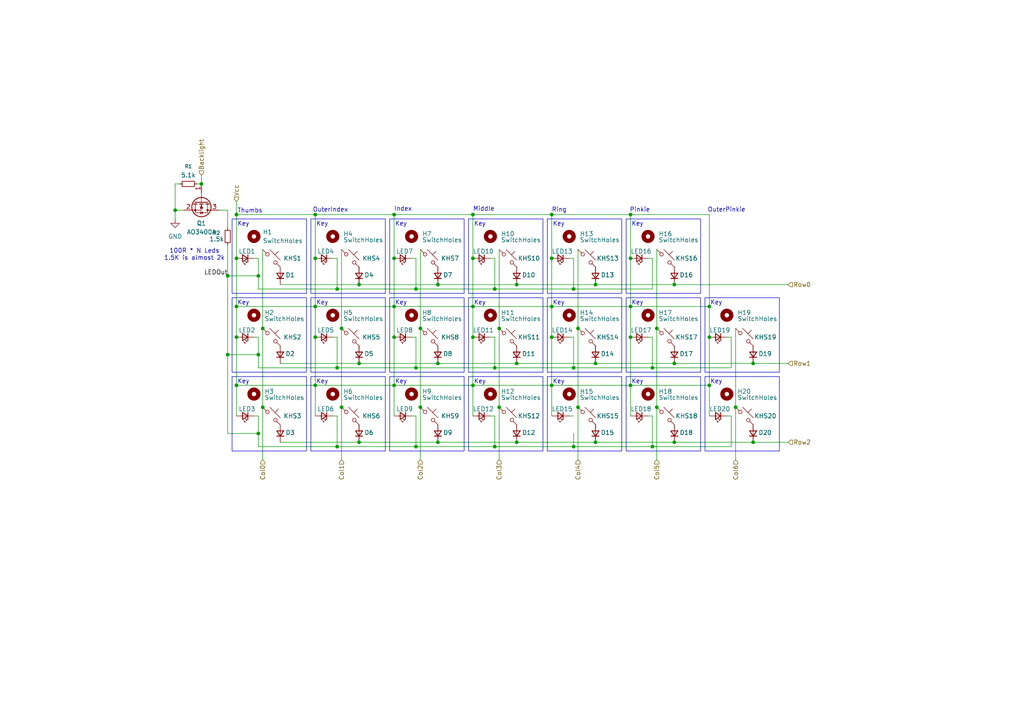
<source format=kicad_sch>
(kicad_sch (version 20250114) (generator "eeschema") (generator_version "9.0")
  (paper "A4")
  (title_block (title "Pipar Point") (date "2025-08-29") (rev "V3") (company "Pipar Keyboards"))
  (rectangle (start 135.89 109.22) (end 157.48 130.81))
  (rectangle (start 113.03 63.5) (end 134.62 85.09))
  (rectangle (start 181.61 86.36) (end 203.2 107.95))
  (rectangle (start 90.17 109.22) (end 111.76 130.81))
  (rectangle (start 113.03 86.36) (end 134.62 107.95))
  (rectangle (start 67.31 63.5) (end 88.9 85.09))
  (rectangle (start 67.31 86.36) (end 88.9 107.95))
  (rectangle (start 158.75 63.5) (end 180.34 85.09))
  (rectangle (start 181.61 109.22) (end 203.2 130.81))
  (rectangle (start 204.47 109.22) (end 226.06 130.81))
  (rectangle (start 135.89 86.36) (end 157.48 107.95))
  (rectangle (start 135.89 63.5) (end 157.48 85.09))
  (rectangle (start 181.61 63.5) (end 203.2 85.09))
  (rectangle (start 158.75 86.36) (end 180.34 107.95))
  (rectangle (start 204.47 86.36) (end 226.06 107.95))
  (rectangle (start 90.17 86.36) (end 111.76 107.95))
  (rectangle (start 113.03 109.22) (end 134.62 130.81))
  (rectangle (start 67.31 109.22) (end 88.9 130.81))
  (rectangle (start 90.17 63.5) (end 111.76 85.09))
  (rectangle (start 158.75 109.22) (end 180.34 130.81))
  (text "Key" (at 139.192 65.024 0) (effects (font (size 1.27 1.27))))
  (text "Key" (at 139.192 110.744 0) (effects (font (size 1.27 1.27))))
  (text "Key" (at 184.912 110.744 0) (effects (font (size 1.27 1.27))))
  (text "Ring" (at 160.02 60.96 0) (effects (font (size 1.27 1.27)) (justify left)))
  (text "Key" (at 93.472 65.024 0) (effects (font (size 1.27 1.27))))
  (text "Index" (at 114.3 60.706 0) (effects (font (size 1.27 1.27)) (justify left)))
  (text "Key" (at 184.912 65.024 0) (effects (font (size 1.27 1.27))))
  (text "100R * N Leds\n1.5K is almost 2k" (at 56.388 73.914 0) (effects (font (size 1.27 1.27))))
  (text "Key" (at 116.332 87.884 0) (effects (font (size 1.27 1.27))))
  (text "Key" (at 116.332 110.744 0) (effects (font (size 1.27 1.27))))
  (text "Key" (at 93.472 87.884 0) (effects (font (size 1.27 1.27))))
  (text "Key" (at 70.612 110.744 0) (effects (font (size 1.27 1.27))))
  (text "Key" (at 207.772 110.744 0) (effects (font (size 1.27 1.27))))
  (text "Key" (at 207.772 87.884 0) (effects (font (size 1.27 1.27))))
  (text "Key" (at 162.052 65.024 0) (effects (font (size 1.27 1.27))))
  (text "OuterIndex\n" (at 90.678 60.96 0) (effects (font (size 1.27 1.27)) (justify left)))
  (text "Pinkie" (at 182.626 60.96 0) (effects (font (size 1.27 1.27)) (justify left)))
  (text "Key" (at 70.612 87.884 0) (effects (font (size 1.27 1.27))))
  (text "Key" (at 93.472 110.744 0) (effects (font (size 1.27 1.27))))
  (text "Key" (at 70.612 65.024 0) (effects (font (size 1.27 1.27))))
  (text "Key" (at 162.052 87.884 0) (effects (font (size 1.27 1.27))))
  (text "OuterPinkie" (at 205.232 60.96 0) (effects (font (size 1.27 1.27)) (justify left)))
  (text "Thumbs\n" (at 68.834 61.214 0) (effects (font (size 1.27 1.27)) (justify left)))
  (text "Key" (at 139.192 87.884 0) (effects (font (size 1.27 1.27))))
  (text "Key" (at 162.052 110.744 0) (effects (font (size 1.27 1.27))))
  (text "Middle" (at 137.16 60.706 0) (effects (font (size 1.27 1.27)) (justify left)))
  (text "Key" (at 116.332 65.024 0) (effects (font (size 1.27 1.27))))
  (text "Key" (at 184.912 87.884 0) (effects (font (size 1.27 1.27))))
  (junction (at 195.58 128.27))
  (junction (at 137.16 74.93))
  (junction (at 104.14 105.41))
  (junction (at 68.58 88.9))
  (junction (at 137.16 88.9))
  (junction (at 127 128.27))
  (junction (at 104.14 128.27))
  (junction (at 127 105.41))
  (junction (at 172.72 82.55))
  (junction (at 166.37 106.68))
  (junction (at 213.36 118.11))
  (junction (at 160.02 111.76))
  (junction (at 205.74 97.79))
  (junction (at 114.3 97.79))
  (junction (at 58.42 53.34))
  (junction (at 218.44 105.41))
  (junction (at 121.92 95.25))
  (junction (at 167.64 118.11))
  (junction (at 160.02 97.79))
  (junction (at 74.93 102.87))
  (junction (at 120.65 129.54))
  (junction (at 97.79 129.54))
  (junction (at 68.58 74.93))
  (junction (at 160.02 74.93))
  (junction (at 50.8 60.96))
  (junction (at 137.16 62.23))
  (junction (at 205.74 88.9))
  (junction (at 66.04 102.87))
  (junction (at 91.44 111.76))
  (junction (at 76.2 95.25))
  (junction (at 99.06 95.25))
  (junction (at 172.72 128.27))
  (junction (at 144.78 118.11))
  (junction (at 172.72 105.41))
  (junction (at 190.5 118.11))
  (junction (at 195.58 105.41))
  (junction (at 114.3 88.9))
  (junction (at 182.88 97.79))
  (junction (at 182.88 111.76))
  (junction (at 120.65 83.82))
  (junction (at 189.23 106.68))
  (junction (at 91.44 74.93))
  (junction (at 74.93 125.73))
  (junction (at 143.51 83.82))
  (junction (at 97.79 83.82))
  (junction (at 205.74 111.76))
  (junction (at 104.14 82.55))
  (junction (at 190.5 95.25))
  (junction (at 160.02 62.23))
  (junction (at 114.3 74.93))
  (junction (at 114.3 62.23))
  (junction (at 68.58 111.76))
  (junction (at 195.58 82.55))
  (junction (at 149.86 128.27))
  (junction (at 218.44 128.27))
  (junction (at 167.64 95.25))
  (junction (at 160.02 88.9))
  (junction (at 114.3 111.76))
  (junction (at 189.23 129.54))
  (junction (at 120.65 106.68))
  (junction (at 74.93 80.01))
  (junction (at 91.44 97.79))
  (junction (at 91.44 62.23))
  (junction (at 127 82.55))
  (junction (at 97.79 106.68))
  (junction (at 68.58 97.79))
  (junction (at 121.92 118.11))
  (junction (at 91.44 88.9))
  (junction (at 143.51 106.68))
  (junction (at 76.2 118.11))
  (junction (at 143.51 129.54))
  (junction (at 182.88 74.93))
  (junction (at 99.06 118.11))
  (junction (at 66.04 80.01))
  (junction (at 137.16 111.76))
  (junction (at 182.88 62.23))
  (junction (at 149.86 105.41))
  (junction (at 182.88 88.9))
  (junction (at 149.86 82.55))
  (junction (at 137.16 97.79))
  (junction (at 68.58 62.23))
  (junction (at 166.37 129.54))
  (junction (at 166.37 83.82))
  (junction (at 144.78 95.25))
  (wire (pts (xy 137.16 111.76) (xy 137.16 120.65)))
  (wire (pts (xy 166.37 74.93) (xy 166.37 83.82)))
  (wire (pts (xy 74.93 102.87) (xy 74.93 106.68)))
  (wire (pts (xy 137.16 97.79) (xy 137.16 111.76)))
  (wire (pts (xy 218.44 105.41) (xy 228.6 105.41)))
  (wire (pts (xy 189.23 97.79) (xy 187.96 97.79)))
  (wire (pts (xy 182.88 62.23) (xy 182.88 74.93)))
  (wire (pts (xy 160.02 62.23) (xy 160.02 74.93)))
  (wire (pts (xy 212.09 97.79) (xy 210.82 97.79)))
  (wire (pts (xy 189.23 74.93) (xy 187.96 74.93)))
  (wire (pts (xy 74.93 129.54) (xy 97.79 129.54)))
  (wire (pts (xy 143.51 97.79) (xy 142.24 97.79)))
  (wire (pts (xy 91.44 88.9) (xy 114.3 88.9)))
  (wire (pts (xy 120.65 74.93) (xy 120.65 83.82)))
  (wire (pts (xy 120.65 83.82) (xy 143.51 83.82)))
  (wire (pts (xy 137.16 62.23) (xy 137.16 74.93)))
  (wire (pts (xy 81.28 105.41) (xy 104.14 105.41)))
  (wire (pts (xy 66.04 71.12) (xy 66.04 80.01)))
  (wire (pts (xy 189.23 120.65) (xy 189.23 129.54)))
  (wire (pts (xy 172.72 128.27) (xy 195.58 128.27)))
  (wire (pts (xy 160.02 88.9) (xy 182.88 88.9)))
  (wire (pts (xy 120.65 106.68) (xy 143.51 106.68)))
  (wire (pts (xy 50.8 60.96) (xy 50.8 63.5)))
  (wire (pts (xy 104.14 82.55) (xy 127 82.55)))
  (wire (pts (xy 166.37 83.82) (xy 189.23 83.82)))
  (wire (pts (xy 166.37 97.79) (xy 165.1 97.79)))
  (wire (pts (xy 189.23 129.54) (xy 212.09 129.54)))
  (wire (pts (xy 120.65 97.79) (xy 119.38 97.79)))
  (wire (pts (xy 74.93 83.82) (xy 97.79 83.82)))
  (wire (pts (xy 114.3 97.79) (xy 114.3 111.76)))
  (wire (pts (xy 50.8 53.34) (xy 52.07 53.34)))
  (wire (pts (xy 66.04 80.01) (xy 74.93 80.01)))
  (wire (pts (xy 166.37 106.68) (xy 189.23 106.68)))
  (wire (pts (xy 97.79 83.82) (xy 120.65 83.82)))
  (wire (pts (xy 74.93 80.01) (xy 74.93 83.82)))
  (wire (pts (xy 205.74 88.9) (xy 205.74 97.79)))
  (wire (pts (xy 81.28 82.55) (xy 104.14 82.55)))
  (wire (pts (xy 137.16 111.76) (xy 160.02 111.76)))
  (wire (pts (xy 63.5 60.96) (xy 66.04 60.96)))
  (wire (pts (xy 114.3 62.23) (xy 137.16 62.23)))
  (wire (pts (xy 97.79 97.79) (xy 97.79 106.68)))
  (wire (pts (xy 120.65 97.79) (xy 120.65 106.68)))
  (wire (pts (xy 182.88 111.76) (xy 182.88 120.65)))
  (wire (pts (xy 160.02 111.76) (xy 182.88 111.76)))
  (wire (pts (xy 76.2 72.39) (xy 76.2 95.25)))
  (wire (pts (xy 99.06 118.11) (xy 99.06 133.35)))
  (wire (pts (xy 160.02 88.9) (xy 160.02 97.79)))
  (wire (pts (xy 166.37 120.65) (xy 165.1 120.65)))
  (wire (pts (xy 166.37 97.79) (xy 166.37 106.68)))
  (wire (pts (xy 127 82.55) (xy 149.86 82.55)))
  (wire (pts (xy 120.65 74.93) (xy 119.38 74.93)))
  (wire (pts (xy 143.51 83.82) (xy 166.37 83.82)))
  (wire (pts (xy 172.72 82.55) (xy 195.58 82.55)))
  (wire (pts (xy 97.79 120.65) (xy 96.52 120.65)))
  (wire (pts (xy 114.3 111.76) (xy 114.3 120.65)))
  (wire (pts (xy 68.58 62.23) (xy 68.58 74.93)))
  (wire (pts (xy 127 105.41) (xy 149.86 105.41)))
  (wire (pts (xy 143.51 74.93) (xy 143.51 83.82)))
  (wire (pts (xy 91.44 111.76) (xy 114.3 111.76)))
  (wire (pts (xy 182.88 88.9) (xy 182.88 97.79)))
  (wire (pts (xy 114.3 111.76) (xy 137.16 111.76)))
  (wire (pts (xy 91.44 62.23) (xy 114.3 62.23)))
  (wire (pts (xy 190.5 95.25) (xy 190.5 118.11)))
  (wire (pts (xy 74.93 120.65) (xy 74.93 125.73)))
  (wire (pts (xy 114.3 74.93) (xy 114.3 88.9)))
  (wire (pts (xy 120.65 120.65) (xy 120.65 129.54)))
  (wire (pts (xy 167.64 118.11) (xy 167.64 133.35)))
  (wire (pts (xy 104.14 105.41) (xy 127 105.41)))
  (wire (pts (xy 189.23 106.68) (xy 212.09 106.68)))
  (wire (pts (xy 205.74 62.23) (xy 205.74 88.9)))
  (wire (pts (xy 68.58 88.9) (xy 68.58 97.79)))
  (wire (pts (xy 114.3 88.9) (xy 114.3 97.79)))
  (wire (pts (xy 127 128.27) (xy 149.86 128.27)))
  (wire (pts (xy 120.65 120.65) (xy 119.38 120.65)))
  (wire (pts (xy 172.72 105.41) (xy 195.58 105.41)))
  (wire (pts (xy 99.06 72.39) (xy 99.06 95.25)))
  (wire (pts (xy 74.93 74.93) (xy 73.66 74.93)))
  (wire (pts (xy 66.04 125.73) (xy 74.93 125.73)))
  (wire (pts (xy 68.58 111.76) (xy 68.58 120.65)))
  (wire (pts (xy 149.86 128.27) (xy 172.72 128.27)))
  (wire (pts (xy 166.37 74.93) (xy 165.1 74.93)))
  (wire (pts (xy 144.78 72.39) (xy 144.78 95.25)))
  (wire (pts (xy 68.58 58.42) (xy 68.58 62.23)))
  (wire (pts (xy 190.5 118.11) (xy 190.5 133.35)))
  (wire (pts (xy 182.88 111.76) (xy 205.74 111.76)))
  (wire (pts (xy 213.36 95.25) (xy 213.36 118.11)))
  (wire (pts (xy 137.16 88.9) (xy 137.16 97.79)))
  (wire (pts (xy 97.79 74.93) (xy 97.79 83.82)))
  (wire (pts (xy 212.09 120.65) (xy 210.82 120.65)))
  (wire (pts (xy 167.64 72.39) (xy 167.64 95.25)))
  (wire (pts (xy 74.93 97.79) (xy 73.66 97.79)))
  (wire (pts (xy 121.92 95.25) (xy 121.92 118.11)))
  (wire (pts (xy 189.23 97.79) (xy 189.23 106.68)))
  (wire (pts (xy 58.42 50.8) (xy 58.42 53.34)))
  (wire (pts (xy 143.51 106.68) (xy 166.37 106.68)))
  (wire (pts (xy 57.15 53.34) (xy 58.42 53.34)))
  (wire (pts (xy 97.79 74.93) (xy 96.52 74.93)))
  (wire (pts (xy 143.51 74.93) (xy 142.24 74.93)))
  (wire (pts (xy 160.02 97.79) (xy 160.02 111.76)))
  (wire (pts (xy 167.64 95.25) (xy 167.64 118.11)))
  (wire (pts (xy 120.65 129.54) (xy 143.51 129.54)))
  (wire (pts (xy 91.44 62.23) (xy 91.44 74.93)))
  (wire (pts (xy 160.02 111.76) (xy 160.02 120.65)))
  (wire (pts (xy 50.8 53.34) (xy 50.8 60.96)))
  (wire (pts (xy 50.8 60.96) (xy 53.34 60.96)))
  (wire (pts (xy 104.14 128.27) (xy 127 128.27)))
  (wire (pts (xy 144.78 118.11) (xy 144.78 133.35)))
  (wire (pts (xy 66.04 102.87) (xy 74.93 102.87)))
  (wire (pts (xy 91.44 97.79) (xy 91.44 111.76)))
  (wire (pts (xy 66.04 66.04) (xy 66.04 60.96)))
  (wire (pts (xy 76.2 118.11) (xy 76.2 133.35)))
  (wire (pts (xy 68.58 111.76) (xy 91.44 111.76)))
  (wire (pts (xy 74.93 97.79) (xy 74.93 102.87)))
  (wire (pts (xy 195.58 128.27) (xy 218.44 128.27)))
  (wire (pts (xy 189.23 120.65) (xy 187.96 120.65)))
  (wire (pts (xy 97.79 97.79) (xy 96.52 97.79)))
  (wire (pts (xy 205.74 97.79) (xy 205.74 111.76)))
  (wire (pts (xy 166.37 129.54) (xy 189.23 129.54)))
  (wire (pts (xy 74.93 74.93) (xy 74.93 80.01)))
  (wire (pts (xy 68.58 88.9) (xy 91.44 88.9)))
  (wire (pts (xy 137.16 62.23) (xy 160.02 62.23)))
  (wire (pts (xy 160.02 74.93) (xy 160.02 88.9)))
  (wire (pts (xy 143.51 120.65) (xy 143.51 129.54)))
  (wire (pts (xy 68.58 74.93) (xy 68.58 88.9)))
  (wire (pts (xy 182.88 62.23) (xy 205.74 62.23)))
  (wire (pts (xy 213.36 118.11) (xy 213.36 133.35)))
  (wire (pts (xy 97.79 120.65) (xy 97.79 129.54)))
  (wire (pts (xy 195.58 82.55) (xy 228.6 82.55)))
  (wire (pts (xy 149.86 82.55) (xy 172.72 82.55)))
  (wire (pts (xy 68.58 97.79) (xy 68.58 111.76)))
  (wire (pts (xy 160.02 62.23) (xy 182.88 62.23)))
  (wire (pts (xy 137.16 74.93) (xy 137.16 88.9)))
  (wire (pts (xy 190.5 72.39) (xy 190.5 95.25)))
  (wire (pts (xy 121.92 72.39) (xy 121.92 95.25)))
  (wire (pts (xy 137.16 88.9) (xy 160.02 88.9)))
  (wire (pts (xy 74.93 120.65) (xy 73.66 120.65)))
  (wire (pts (xy 212.09 120.65) (xy 212.09 129.54)))
  (wire (pts (xy 149.86 105.41) (xy 172.72 105.41)))
  (wire (pts (xy 182.88 88.9) (xy 205.74 88.9)))
  (wire (pts (xy 182.88 97.79) (xy 182.88 111.76)))
  (wire (pts (xy 166.37 125.73) (xy 166.37 129.54)))
  (wire (pts (xy 144.78 95.25) (xy 144.78 118.11)))
  (wire (pts (xy 114.3 88.9) (xy 137.16 88.9)))
  (wire (pts (xy 74.93 125.73) (xy 74.93 129.54)))
  (wire (pts (xy 68.58 62.23) (xy 91.44 62.23)))
  (wire (pts (xy 91.44 74.93) (xy 91.44 88.9)))
  (wire (pts (xy 205.74 111.76) (xy 205.74 120.65)))
  (wire (pts (xy 81.28 128.27) (xy 104.14 128.27)))
  (wire (pts (xy 91.44 88.9) (xy 91.44 97.79)))
  (wire (pts (xy 121.92 118.11) (xy 121.92 133.35)))
  (wire (pts (xy 212.09 97.79) (xy 212.09 106.68)))
  (wire (pts (xy 66.04 102.87) (xy 66.04 125.73)))
  (wire (pts (xy 91.44 111.76) (xy 91.44 120.65)))
  (wire (pts (xy 195.58 105.41) (xy 218.44 105.41)))
  (wire (pts (xy 99.06 95.25) (xy 99.06 118.11)))
  (wire (pts (xy 143.51 120.65) (xy 142.24 120.65)))
  (wire (pts (xy 66.04 80.01) (xy 66.04 102.87)))
  (wire (pts (xy 97.79 106.68) (xy 120.65 106.68)))
  (wire (pts (xy 74.93 106.68) (xy 97.79 106.68)))
  (wire (pts (xy 218.44 128.27) (xy 228.6 128.27)))
  (wire (pts (xy 76.2 95.25) (xy 76.2 118.11)))
  (wire (pts (xy 182.88 74.93) (xy 182.88 88.9)))
  (wire (pts (xy 97.79 129.54) (xy 120.65 129.54)))
  (wire (pts (xy 189.23 74.93) (xy 189.23 83.82)))
  (wire (pts (xy 143.51 97.79) (xy 143.51 106.68)))
  (wire (pts (xy 114.3 62.23) (xy 114.3 74.93)))
  (wire (pts (xy 143.51 129.54) (xy 166.37 129.54)))
  (label "LEDOut" (at 66.04 80.01 180))
  (hierarchical_label "Col0" (shape input) (at 76.2 133.35 270))
  (hierarchical_label "Row2" (shape input) (at 228.6 128.27 0))
  (hierarchical_label "Col1" (shape input) (at 99.06 133.35 270))
  (hierarchical_label "Col6" (shape input) (at 213.36 133.35 270))
  (hierarchical_label "Col4" (shape input) (at 167.64 133.35 270))
  (hierarchical_label "Col5" (shape input) (at 190.5 133.35 270))
  (hierarchical_label "Col2" (shape input) (at 121.92 133.35 270))
  (hierarchical_label "Row0" (shape input) (at 228.6 82.55 0))
  (hierarchical_label "Vcc" (shape input) (at 68.58 58.42 90))
  (hierarchical_label "Row1" (shape input) (at 228.6 105.41 0))
  (hierarchical_label "Col3" (shape input) (at 144.78 133.35 270))
  (hierarchical_label "Backlight" (shape input) (at 58.42 50.8 90))
  (symbol (lib_id "Keyboard:choc_v1_SW_HS_CPG135001S30") (at 170.18 120.65 0) (unit 1) (in_bom no)
    (property "Reference" "KHS15" (at 176.276 120.65 0))
    (property "Value" "KHS" (effects (hide yes)))
    (property "Footprint" "Keyboard:Kailh_HS_Socket" (effects (hide yes)))
    (property "Description" "Push button switch, normally open, two pins, 45° tilted" (effects (hide yes)))
    (instances (project "pipar_point_v3" (path "" (reference "KHS15") (unit 1)) (path "" (reference "KHS35") (unit 1))))
  )
  (symbol (lib_id "Mechanical:MountingHole") (at 96.52 91.44 0) (unit 1) (exclude_from_sim yes) (in_bom no)
    (property "Reference" "H5" (at 99.568 90.678 0) (effects (justify left)))
    (property "Value" "SwitchHoles" (at 99.568 92.456 0) (effects (justify left)))
    (property "Footprint" "Keyboard:SwitchHoles_Kailh_Choc_V1V2" (effects (hide yes)))
    (property "Description" "Mounting Hole without connection" (effects (hide yes)))
    (instances (project "pipar_point_v3" (path "" (reference "H5") (unit 1)) (path "" (reference "H25") (unit 1))))
  )
  (symbol (lib_id "Keyboard:choc_v1_SW_HS_CPG135001S30") (at 215.9 120.65 0) (unit 1) (in_bom no)
    (property "Reference" "KHS20" (at 221.996 120.65 0))
    (property "Value" "KHS" (effects (hide yes)))
    (property "Footprint" "Keyboard:Kailh_HS_Socket" (effects (hide yes)))
    (property "Description" "Push button switch, normally open, two pins, 45° tilted" (effects (hide yes)))
    (instances (project "pipar_point_v3" (path "" (reference "KHS20") (unit 1)) (path "" (reference "KHS40") (unit 1))))
  )
  (symbol (lib_id "Keyboard:choc_v1_SW_HS_CPG135001S30") (at 147.32 74.93 0) (unit 1) (in_bom no)
    (property "Reference" "KHS10" (at 153.416 74.93 0))
    (property "Value" "KHS" (effects (hide yes)))
    (property "Footprint" "Keyboard:Kailh_HS_Socket" (effects (hide yes)))
    (property "Description" "Push button switch, normally open, two pins, 45° tilted" (effects (hide yes)))
    (instances (project "pipar_point_v3" (path "" (reference "KHS10") (unit 1)) (path "" (reference "KHS30") (unit 1))))
  )
  (symbol (lib_id "Transistor_FET:AO3400A") (at 58.42 58.42 270) (unit 1)
    (property "Reference" "Q1" (at 58.42 64.77 90))
    (property "Value" "AO3400A" (at 58.42 67.31 90))
    (property "Footprint" "Package_TO_SOT_SMD:SOT-23" (effects (hide yes)))
    (property "Datasheet" "http://www.aosmd.com/pdfs/datasheet/AO3400A.pdf" (effects (hide yes)))
    (property "Description" "30V Vds, 5.7A Id, N-Channel MOSFET, SOT-23" (effects (hide yes)))
    (property "Manufacturer_Name" "Infineon Technologies" (effects (hide yes)))
    (property "Manufacturer_Part_Number" "IRLML6344TRPBF " (effects (hide yes)))
    (property "Mouser Part Number" "942-IRLML6344TRPBF" (effects (hide yes)))
    (instances (project "pipar_point_v3" (path "" (reference "Q1") (unit 1)) (path "" (reference "Q2") (unit 1))))
  )
  (symbol (lib_id "Device:D_Small") (at 127 80.01 90) (unit 1)
    (property "Reference" "D7" (at 128.524 79.756 90) (effects (justify right)))
    (property "Value" "D_Small" (effects (hide yes)))
    (property "Footprint" "Diode_SMD:D_SOD-523" (effects (hide yes)))
    (property "Description" "Diode, small symbol" (effects (hide yes)))
    (property "Sim.Device" "D" (effects (hide yes)))
    (property "Sim.Pins" "1=K 2=A" (effects (hide yes)))
    (property "Mouser Part Number" "621-1N4148WT" (effects (hide yes)))
    (instances (project "pipar_point_v3" (path "" (reference "D7") (unit 1)) (path "" (reference "D31") (unit 1))))
  )
  (symbol (lib_id "Device:LED_Small") (at 208.28 97.79 180) (unit 1)
    (property "Reference" "LED19" (at 208.788 95.758 0))
    (property "Value" "LED_Small" (effects (hide yes)))
    (property "Footprint" "LED_SMD:LED_0603_1608Metric" (effects (hide yes)))
    (property "Description" "Light emitting diode, small symbol" (effects (hide yes)))
    (property "Sim.Pin" "1=K 2=A" (effects (hide yes)))
    (property "Mouser Part Number" "743-IN-S63AT5UW" (effects (hide yes)))
    (instances (project "pipar_point_v3" (path "" (reference "LED19") (unit 1)) (path "" (reference "LED39") (unit 1))))
  )
  (symbol (lib_id "Device:D_Small") (at 127 125.73 90) (unit 1)
    (property "Reference" "D9" (at 128.524 125.476 90) (effects (justify right)))
    (property "Value" "D_Small" (effects (hide yes)))
    (property "Footprint" "Diode_SMD:D_SOD-523" (effects (hide yes)))
    (property "Description" "Diode, small symbol" (effects (hide yes)))
    (property "Sim.Device" "D" (effects (hide yes)))
    (property "Sim.Pins" "1=K 2=A" (effects (hide yes)))
    (property "Mouser Part Number" "621-1N4148WT" (effects (hide yes)))
    (instances (project "pipar_point_v3" (path "" (reference "D9") (unit 1)) (path "" (reference "D33") (unit 1))))
  )
  (symbol (lib_id "Device:LED_Small") (at 162.56 97.79 180) (unit 1)
    (property "Reference" "LED14" (at 163.068 95.758 0))
    (property "Value" "LED_Small" (effects (hide yes)))
    (property "Footprint" "LED_SMD:LED_0603_1608Metric" (effects (hide yes)))
    (property "Description" "Light emitting diode, small symbol" (effects (hide yes)))
    (property "Sim.Pin" "1=K 2=A" (effects (hide yes)))
    (property "Mouser Part Number" "743-IN-S63AT5UW" (effects (hide yes)))
    (instances (project "pipar_point_v3" (path "" (reference "LED14") (unit 1)) (path "" (reference "LED34") (unit 1))))
  )
  (symbol (lib_id "Device:LED_Small") (at 71.12 97.79 180) (unit 1)
    (property "Reference" "LED2" (at 71.628 95.758 0))
    (property "Value" "LED_Small" (effects (hide yes)))
    (property "Footprint" "LED_SMD:LED_0603_1608Metric" (effects (hide yes)))
    (property "Description" "Light emitting diode, small symbol" (effects (hide yes)))
    (property "Sim.Pin" "1=K 2=A" (effects (hide yes)))
    (property "Mouser Part Number" "743-IN-S63AT5UW" (effects (hide yes)))
    (instances (project "pipar_point_v3" (path "" (reference "LED2") (unit 1)) (path "" (reference "LED22") (unit 1))))
  )
  (symbol (lib_id "Mechanical:MountingHole") (at 119.38 68.58 0) (unit 1) (exclude_from_sim yes) (in_bom no)
    (property "Reference" "H7" (at 122.428 67.818 0) (effects (justify left)))
    (property "Value" "SwitchHoles" (at 122.428 69.596 0) (effects (justify left)))
    (property "Footprint" "Keyboard:SwitchHoles_Kailh_Choc_V1V2" (effects (hide yes)))
    (property "Description" "Mounting Hole without connection" (effects (hide yes)))
    (instances (project "pipar_point_v3" (path "" (reference "H7") (unit 1)) (path "" (reference "H27") (unit 1))))
  )
  (symbol (lib_id "Keyboard:choc_v1_SW_HS_CPG135001S30") (at 193.04 74.93 0) (unit 1) (in_bom no)
    (property "Reference" "KHS16" (at 199.136 74.93 0))
    (property "Value" "KHS" (effects (hide yes)))
    (property "Footprint" "Keyboard:Kailh_HS_Socket" (effects (hide yes)))
    (property "Description" "Push button switch, normally open, two pins, 45° tilted" (effects (hide yes)))
    (instances (project "pipar_point_v3" (path "" (reference "KHS16") (unit 1)) (path "" (reference "KHS36") (unit 1))))
  )
  (symbol (lib_id "Device:LED_Small") (at 116.84 97.79 180) (unit 1)
    (property "Reference" "LED8" (at 117.348 95.758 0))
    (property "Value" "LED_Small" (effects (hide yes)))
    (property "Footprint" "LED_SMD:LED_0603_1608Metric" (effects (hide yes)))
    (property "Description" "Light emitting diode, small symbol" (effects (hide yes)))
    (property "Sim.Pin" "1=K 2=A" (effects (hide yes)))
    (property "Mouser Part Number" "743-IN-S63AT5UW" (effects (hide yes)))
    (instances (project "pipar_point_v3" (path "" (reference "LED8") (unit 1)) (path "" (reference "LED28") (unit 1))))
  )
  (symbol (lib_id "Device:D_Small") (at 127 102.87 90) (unit 1)
    (property "Reference" "D8" (at 128.524 102.616 90) (effects (justify right)))
    (property "Value" "D_Small" (effects (hide yes)))
    (property "Footprint" "Diode_SMD:D_SOD-523" (effects (hide yes)))
    (property "Description" "Diode, small symbol" (effects (hide yes)))
    (property "Sim.Device" "D" (effects (hide yes)))
    (property "Sim.Pins" "1=K 2=A" (effects (hide yes)))
    (property "Mouser Part Number" "621-1N4148WT" (effects (hide yes)))
    (instances (project "pipar_point_v3" (path "" (reference "D8") (unit 1)) (path "" (reference "D32") (unit 1))))
  )
  (symbol (lib_id "Keyboard:choc_v1_SW_HS_CPG135001S30") (at 101.6 120.65 0) (unit 1) (in_bom no)
    (property "Reference" "KHS6" (at 107.696 120.65 0))
    (property "Value" "KHS" (effects (hide yes)))
    (property "Footprint" "Keyboard:Kailh_HS_Socket" (effects (hide yes)))
    (property "Description" "Push button switch, normally open, two pins, 45° tilted" (effects (hide yes)))
    (instances (project "pipar_point_v3" (path "" (reference "KHS6") (unit 1)) (path "" (reference "KHS26") (unit 1))))
  )
  (symbol (lib_id "Device:LED_Small") (at 185.42 74.93 180) (unit 1)
    (property "Reference" "LED16" (at 185.928 72.898 0))
    (property "Value" "LED_Small" (effects (hide yes)))
    (property "Footprint" "LED_SMD:LED_0603_1608Metric" (effects (hide yes)))
    (property "Description" "Light emitting diode, small symbol" (effects (hide yes)))
    (property "Sim.Pin" "1=K 2=A" (effects (hide yes)))
    (property "Mouser Part Number" "743-IN-S63AT5UW" (effects (hide yes)))
    (instances (project "pipar_point_v3" (path "" (reference "LED16") (unit 1)) (path "" (reference "LED36") (unit 1))))
  )
  (symbol (lib_id "Device:D_Small") (at 172.72 125.73 90) (unit 1)
    (property "Reference" "D15" (at 174.244 125.476 90) (effects (justify right)))
    (property "Value" "D_Small" (effects (hide yes)))
    (property "Footprint" "Diode_SMD:D_SOD-523" (effects (hide yes)))
    (property "Description" "Diode, small symbol" (effects (hide yes)))
    (property "Sim.Device" "D" (effects (hide yes)))
    (property "Sim.Pins" "1=K 2=A" (effects (hide yes)))
    (property "Mouser Part Number" "621-1N4148WT" (effects (hide yes)))
    (instances (project "pipar_point_v3" (path "" (reference "D15") (unit 1)) (path "" (reference "D39") (unit 1))))
  )
  (symbol (lib_id "Device:LED_Small") (at 71.12 74.93 180) (unit 1)
    (property "Reference" "LED1" (at 71.628 72.898 0))
    (property "Value" "LED_Small" (effects (hide yes)))
    (property "Footprint" "LED_SMD:LED_0603_1608Metric" (effects (hide yes)))
    (property "Description" "Light emitting diode, small symbol" (effects (hide yes)))
    (property "Sim.Pin" "1=K 2=A" (effects (hide yes)))
    (property "Mouser Part Number" "743-IN-S63AT5UW" (effects (hide yes)))
    (instances (project "pipar_point_v3" (path "" (reference "LED1") (unit 1)) (path "" (reference "LED21") (unit 1))))
  )
  (symbol (lib_id "Mechanical:MountingHole") (at 73.66 114.3 0) (unit 1) (exclude_from_sim yes) (in_bom no)
    (property "Reference" "H3" (at 76.708 113.538 0) (effects (justify left)))
    (property "Value" "SwitchHoles" (at 76.708 115.316 0) (effects (justify left)))
    (property "Footprint" "Keyboard:SwitchHoles_Kailh_Choc_V1V2" (effects (hide yes)))
    (property "Description" "Mounting Hole without connection" (effects (hide yes)))
    (instances (project "pipar_point_v3" (path "" (reference "H3") (unit 1)) (path "" (reference "H23") (unit 1))))
  )
  (symbol (lib_id "Keyboard:choc_v1_SW_HS_CPG135001S30") (at 101.6 74.93 0) (unit 1) (in_bom no)
    (property "Reference" "KHS4" (at 107.696 74.93 0))
    (property "Value" "KHS" (effects (hide yes)))
    (property "Footprint" "Keyboard:Kailh_HS_Socket" (effects (hide yes)))
    (property "Description" "Push button switch, normally open, two pins, 45° tilted" (effects (hide yes)))
    (instances (project "pipar_point_v3" (path "" (reference "KHS4") (unit 1)) (path "" (reference "KHS24") (unit 1))))
  )
  (symbol (lib_id "Device:D_Small") (at 172.72 80.01 90) (unit 1)
    (property "Reference" "D13" (at 174.244 79.756 90) (effects (justify right)))
    (property "Value" "D_Small" (effects (hide yes)))
    (property "Footprint" "Diode_SMD:D_SOD-523" (effects (hide yes)))
    (property "Description" "Diode, small symbol" (effects (hide yes)))
    (property "Sim.Device" "D" (effects (hide yes)))
    (property "Sim.Pins" "1=K 2=A" (effects (hide yes)))
    (property "Mouser Part Number" "621-1N4148WT" (effects (hide yes)))
    (instances (project "pipar_point_v3" (path "" (reference "D13") (unit 1)) (path "" (reference "D37") (unit 1))))
  )
  (symbol (lib_id "Keyboard:choc_v1_SW_HS_CPG135001S30") (at 147.32 97.79 0) (unit 1) (in_bom no)
    (property "Reference" "KHS11" (at 153.416 97.79 0))
    (property "Value" "KHS" (effects (hide yes)))
    (property "Footprint" "Keyboard:Kailh_HS_Socket" (effects (hide yes)))
    (property "Description" "Push button switch, normally open, two pins, 45° tilted" (effects (hide yes)))
    (instances (project "pipar_point_v3" (path "" (reference "KHS11") (unit 1)) (path "" (reference "KHS31") (unit 1))))
  )
  (symbol (lib_id "Device:LED_Small") (at 116.84 120.65 180) (unit 1)
    (property "Reference" "LED9" (at 117.348 118.618 0))
    (property "Value" "LED_Small" (effects (hide yes)))
    (property "Footprint" "LED_SMD:LED_0603_1608Metric" (effects (hide yes)))
    (property "Description" "Light emitting diode, small symbol" (effects (hide yes)))
    (property "Sim.Pin" "1=K 2=A" (effects (hide yes)))
    (property "Mouser Part Number" "743-IN-S63AT5UW" (effects (hide yes)))
    (instances (project "pipar_point_v3" (path "" (reference "LED9") (unit 1)) (path "" (reference "LED29") (unit 1))))
  )
  (symbol (lib_id "Device:D_Small") (at 218.44 102.87 90) (unit 1)
    (property "Reference" "D19" (at 219.964 102.616 90) (effects (justify right)))
    (property "Value" "D_Small" (effects (hide yes)))
    (property "Footprint" "Diode_SMD:D_SOD-523" (effects (hide yes)))
    (property "Description" "Diode, small symbol" (effects (hide yes)))
    (property "Sim.Device" "D" (effects (hide yes)))
    (property "Sim.Pins" "1=K 2=A" (effects (hide yes)))
    (property "Mouser Part Number" "621-1N4148WT" (effects (hide yes)))
    (instances (project "pipar_point_v3" (path "" (reference "D19") (unit 1)) (path "" (reference "D43") (unit 1))))
  )
  (symbol (lib_id "Device:LED_Small") (at 93.98 97.79 180) (unit 1)
    (property "Reference" "LED5" (at 94.488 95.758 0))
    (property "Value" "LED_Small" (effects (hide yes)))
    (property "Footprint" "LED_SMD:LED_0603_1608Metric" (effects (hide yes)))
    (property "Description" "Light emitting diode, small symbol" (effects (hide yes)))
    (property "Sim.Pin" "1=K 2=A" (effects (hide yes)))
    (property "Mouser Part Number" "743-IN-S63AT5UW" (effects (hide yes)))
    (instances (project "pipar_point_v3" (path "" (reference "LED5") (unit 1)) (path "" (reference "LED25") (unit 1))))
  )
  (symbol (lib_id "Keyboard:choc_v1_SW_HS_CPG135001S30") (at 124.46 97.79 0) (unit 1) (in_bom no)
    (property "Reference" "KHS8" (at 130.556 97.79 0))
    (property "Value" "KHS" (effects (hide yes)))
    (property "Footprint" "Keyboard:Kailh_HS_Socket" (effects (hide yes)))
    (property "Description" "Push button switch, normally open, two pins, 45° tilted" (effects (hide yes)))
    (instances (project "pipar_point_v3" (path "" (reference "KHS8") (unit 1)) (path "" (reference "KHS28") (unit 1))))
  )
  (symbol (lib_id "Device:D_Small") (at 81.28 102.87 90) (unit 1)
    (property "Reference" "D2" (at 82.804 102.616 90) (effects (justify right)))
    (property "Value" "D_Small" (effects (hide yes)))
    (property "Footprint" "Diode_SMD:D_SOD-523" (effects (hide yes)))
    (property "Description" "Diode, small symbol" (effects (hide yes)))
    (property "Sim.Device" "D" (effects (hide yes)))
    (property "Sim.Pins" "1=K 2=A" (effects (hide yes)))
    (property "Mouser Part Number" "621-1N4148WT" (effects (hide yes)))
    (instances (project "pipar_point_v3" (path "" (reference "D2") (unit 1)) (path "" (reference "D26") (unit 1))))
  )
  (symbol (lib_id "Device:D_Small") (at 172.72 102.87 90) (unit 1)
    (property "Reference" "D14" (at 174.244 102.616 90) (effects (justify right)))
    (property "Value" "D_Small" (effects (hide yes)))
    (property "Footprint" "Diode_SMD:D_SOD-523" (effects (hide yes)))
    (property "Description" "Diode, small symbol" (effects (hide yes)))
    (property "Sim.Device" "D" (effects (hide yes)))
    (property "Sim.Pins" "1=K 2=A" (effects (hide yes)))
    (property "Mouser Part Number" "621-1N4148WT" (effects (hide yes)))
    (instances (project "pipar_point_v3" (path "" (reference "D14") (unit 1)) (path "" (reference "D38") (unit 1))))
  )
  (symbol (lib_name "R_Small_1") (lib_id "Device:R_Small") (at 66.04 68.58 180) (unit 1)
    (property "Reference" "R2" (at 61.722 67.564 0) (effects (font (size 1.016 1.016)) (justify right)))
    (property "Value" "1.5k" (at 60.706 69.342 0) (effects (justify right)))
    (property "Footprint" "Resistor_SMD:R_0603_1608Metric" (effects (hide yes)))
    (property "Description" "Resistor, small symbol" (effects (hide yes)))
    (property "Manufacturer_Name" "YAGEO" (effects (hide yes)))
    (property "Manufacturer_Part_Number" "RC0603FR-071K5L" (effects (hide yes)))
    (property "Mouser Part Number" "603-RC0603FR-071K5L " (effects (hide yes)))
    (instances (project "pipar_point_v3" (path "" (reference "R2") (unit 1)) (path "" (reference "R14") (unit 1))))
  )
  (symbol (lib_id "Device:D_Small") (at 195.58 80.01 90) (unit 1)
    (property "Reference" "D16" (at 197.104 79.756 90) (effects (justify right)))
    (property "Value" "D_Small" (effects (hide yes)))
    (property "Footprint" "Diode_SMD:D_SOD-523" (effects (hide yes)))
    (property "Description" "Diode, small symbol" (effects (hide yes)))
    (property "Sim.Device" "D" (effects (hide yes)))
    (property "Sim.Pins" "1=K 2=A" (effects (hide yes)))
    (property "Mouser Part Number" "621-1N4148WT" (effects (hide yes)))
    (instances (project "pipar_point_v3" (path "" (reference "D16") (unit 1)) (path "" (reference "D40") (unit 1))))
  )
  (symbol (lib_id "Keyboard:choc_v1_SW_HS_CPG135001S30") (at 101.6 97.79 0) (unit 1) (in_bom no)
    (property "Reference" "KHS5" (at 107.696 97.79 0))
    (property "Value" "KHS" (effects (hide yes)))
    (property "Footprint" "Keyboard:Kailh_HS_Socket" (effects (hide yes)))
    (property "Description" "Push button switch, normally open, two pins, 45° tilted" (effects (hide yes)))
    (instances (project "pipar_point_v3" (path "" (reference "KHS5") (unit 1)) (path "" (reference "KHS25") (unit 1))))
  )
  (symbol (lib_id "Device:LED_Small") (at 139.7 120.65 180) (unit 1)
    (property "Reference" "LED12" (at 140.208 118.618 0))
    (property "Value" "LED_Small" (effects (hide yes)))
    (property "Footprint" "LED_SMD:LED_0603_1608Metric" (effects (hide yes)))
    (property "Description" "Light emitting diode, small symbol" (effects (hide yes)))
    (property "Sim.Pin" "1=K 2=A" (effects (hide yes)))
    (property "Mouser Part Number" "743-IN-S63AT5UW" (effects (hide yes)))
    (instances (project "pipar_point_v3" (path "" (reference "LED12") (unit 1)) (path "" (reference "LED32") (unit 1))))
  )
  (symbol (lib_id "Keyboard:choc_v1_SW_HS_CPG135001S30") (at 124.46 74.93 0) (unit 1) (in_bom no)
    (property "Reference" "KHS7" (at 130.556 74.93 0))
    (property "Value" "KHS" (effects (hide yes)))
    (property "Footprint" "Keyboard:Kailh_HS_Socket" (effects (hide yes)))
    (property "Description" "Push button switch, normally open, two pins, 45° tilted" (effects (hide yes)))
    (instances (project "pipar_point_v3" (path "" (reference "KHS7") (unit 1)) (path "" (reference "KHS27") (unit 1))))
  )
  (symbol (lib_id "Mechanical:MountingHole") (at 210.82 114.3 0) (unit 1) (exclude_from_sim yes) (in_bom no)
    (property "Reference" "H20" (at 213.868 113.538 0) (effects (justify left)))
    (property "Value" "SwitchHoles" (at 213.868 115.316 0) (effects (justify left)))
    (property "Footprint" "Keyboard:SwitchHoles_Kailh_Choc_V1V2" (effects (hide yes)))
    (property "Description" "Mounting Hole without connection" (effects (hide yes)))
    (instances (project "pipar_point_v3" (path "" (reference "H20") (unit 1)) (path "" (reference "H40") (unit 1))))
  )
  (symbol (lib_id "Mechanical:MountingHole") (at 165.1 114.3 0) (unit 1) (exclude_from_sim yes) (in_bom no)
    (property "Reference" "H15" (at 168.148 113.538 0) (effects (justify left)))
    (property "Value" "SwitchHoles" (at 168.148 115.316 0) (effects (justify left)))
    (property "Footprint" "Keyboard:SwitchHoles_Kailh_Choc_V1V2" (effects (hide yes)))
    (property "Description" "Mounting Hole without connection" (effects (hide yes)))
    (instances (project "pipar_point_v3" (path "" (reference "H15") (unit 1)) (path "" (reference "H35") (unit 1))))
  )
  (symbol (lib_id "Device:LED_Small") (at 139.7 74.93 180) (unit 1)
    (property "Reference" "LED10" (at 140.208 72.898 0))
    (property "Value" "LED_Small" (effects (hide yes)))
    (property "Footprint" "LED_SMD:LED_0603_1608Metric" (effects (hide yes)))
    (property "Description" "Light emitting diode, small symbol" (effects (hide yes)))
    (property "Sim.Pin" "1=K 2=A" (effects (hide yes)))
    (property "Mouser Part Number" "743-IN-S63AT5UW" (effects (hide yes)))
    (instances (project "pipar_point_v3" (path "" (reference "LED10") (unit 1)) (path "" (reference "LED30") (unit 1))))
  )
  (symbol (lib_id "Mechanical:MountingHole") (at 165.1 91.44 0) (unit 1) (exclude_from_sim yes) (in_bom no)
    (property "Reference" "H14" (at 168.148 90.678 0) (effects (justify left)))
    (property "Value" "SwitchHoles" (at 168.148 92.456 0) (effects (justify left)))
    (property "Footprint" "Keyboard:SwitchHoles_Kailh_Choc_V1V2" (effects (hide yes)))
    (property "Description" "Mounting Hole without connection" (effects (hide yes)))
    (instances (project "pipar_point_v3" (path "" (reference "H14") (unit 1)) (path "" (reference "H34") (unit 1))))
  )
  (symbol (lib_id "Mechanical:MountingHole") (at 142.24 91.44 0) (unit 1) (exclude_from_sim yes) (in_bom no)
    (property "Reference" "H11" (at 145.288 90.678 0) (effects (justify left)))
    (property "Value" "SwitchHoles" (at 145.288 92.456 0) (effects (justify left)))
    (property "Footprint" "Keyboard:SwitchHoles_Kailh_Choc_V1V2" (effects (hide yes)))
    (property "Description" "Mounting Hole without connection" (effects (hide yes)))
    (instances (project "pipar_point_v3" (path "" (reference "H11") (unit 1)) (path "" (reference "H31") (unit 1))))
  )
  (symbol (lib_id "Mechanical:MountingHole") (at 142.24 68.58 0) (unit 1) (exclude_from_sim yes) (in_bom no)
    (property "Reference" "H10" (at 145.288 67.818 0) (effects (justify left)))
    (property "Value" "SwitchHoles" (at 145.288 69.596 0) (effects (justify left)))
    (property "Footprint" "Keyboard:SwitchHoles_Kailh_Choc_V1V2" (effects (hide yes)))
    (property "Description" "Mounting Hole without connection" (effects (hide yes)))
    (instances (project "pipar_point_v3" (path "" (reference "H10") (unit 1)) (path "" (reference "H30") (unit 1))))
  )
  (symbol (lib_id "Device:LED_Small") (at 185.42 97.79 180) (unit 1)
    (property "Reference" "LED17" (at 185.928 95.758 0))
    (property "Value" "LED_Small" (effects (hide yes)))
    (property "Footprint" "LED_SMD:LED_0603_1608Metric" (effects (hide yes)))
    (property "Description" "Light emitting diode, small symbol" (effects (hide yes)))
    (property "Sim.Pin" "1=K 2=A" (effects (hide yes)))
    (property "Mouser Part Number" "743-IN-S63AT5UW" (effects (hide yes)))
    (instances (project "pipar_point_v3" (path "" (reference "LED17") (unit 1)) (path "" (reference "LED37") (unit 1))))
  )
  (symbol (lib_id "Keyboard:choc_v1_SW_HS_CPG135001S30") (at 215.9 97.79 0) (unit 1) (in_bom no)
    (property "Reference" "KHS19" (at 221.996 97.79 0))
    (property "Value" "KHS" (effects (hide yes)))
    (property "Footprint" "Keyboard:Kailh_HS_Socket" (effects (hide yes)))
    (property "Description" "Push button switch, normally open, two pins, 45° tilted" (effects (hide yes)))
    (instances (project "pipar_point_v3" (path "" (reference "KHS19") (unit 1)) (path "" (reference "KHS39") (unit 1))))
  )
  (symbol (lib_id "Mechanical:MountingHole") (at 96.52 114.3 0) (unit 1) (exclude_from_sim yes) (in_bom no)
    (property "Reference" "H6" (at 99.568 113.538 0) (effects (justify left)))
    (property "Value" "SwitchHoles" (at 99.568 115.316 0) (effects (justify left)))
    (property "Footprint" "Keyboard:SwitchHoles_Kailh_Choc_V1V2" (effects (hide yes)))
    (property "Description" "Mounting Hole without connection" (effects (hide yes)))
    (instances (project "pipar_point_v3" (path "" (reference "H6") (unit 1)) (path "" (reference "H26") (unit 1))))
  )
  (symbol (lib_id "Keyboard:choc_v1_SW_HS_CPG135001S30") (at 78.74 97.79 0) (unit 1) (in_bom no)
    (property "Reference" "KHS2" (at 84.836 97.79 0))
    (property "Value" "KHS" (effects (hide yes)))
    (property "Footprint" "Keyboard:Kailh_HS_Socket" (effects (hide yes)))
    (property "Description" "Push button switch, normally open, two pins, 45° tilted" (effects (hide yes)))
    (instances (project "pipar_point_v3" (path "" (reference "KHS2") (unit 1)) (path "" (reference "KHS22") (unit 1))))
  )
  (symbol (lib_id "Keyboard:choc_v1_SW_HS_CPG135001S30") (at 193.04 120.65 0) (unit 1) (in_bom no)
    (property "Reference" "KHS18" (at 199.136 120.65 0))
    (property "Value" "KHS" (effects (hide yes)))
    (property "Footprint" "Keyboard:Kailh_HS_Socket" (effects (hide yes)))
    (property "Description" "Push button switch, normally open, two pins, 45° tilted" (effects (hide yes)))
    (instances (project "pipar_point_v3" (path "" (reference "KHS18") (unit 1)) (path "" (reference "KHS38") (unit 1))))
  )
  (symbol (lib_id "Mechanical:MountingHole") (at 119.38 114.3 0) (unit 1) (exclude_from_sim yes) (in_bom no)
    (property "Reference" "H9" (at 122.428 113.538 0) (effects (justify left)))
    (property "Value" "SwitchHoles" (at 122.428 115.316 0) (effects (justify left)))
    (property "Footprint" "Keyboard:SwitchHoles_Kailh_Choc_V1V2" (effects (hide yes)))
    (property "Description" "Mounting Hole without connection" (effects (hide yes)))
    (instances (project "pipar_point_v3" (path "" (reference "H9") (unit 1)) (path "" (reference "H29") (unit 1))))
  )
  (symbol (lib_id "Mechanical:MountingHole") (at 187.96 114.3 0) (unit 1) (exclude_from_sim yes) (in_bom no)
    (property "Reference" "H18" (at 191.008 113.538 0) (effects (justify left)))
    (property "Value" "SwitchHoles" (at 191.008 115.316 0) (effects (justify left)))
    (property "Footprint" "Keyboard:SwitchHoles_Kailh_Choc_V1V2" (effects (hide yes)))
    (property "Description" "Mounting Hole without connection" (effects (hide yes)))
    (instances (project "pipar_point_v3" (path "" (reference "H18") (unit 1)) (path "" (reference "H38") (unit 1))))
  )
  (symbol (lib_id "Mechanical:MountingHole") (at 73.66 91.44 0) (unit 1) (exclude_from_sim yes) (in_bom no)
    (property "Reference" "H2" (at 76.708 90.678 0) (effects (justify left)))
    (property "Value" "SwitchHoles" (at 76.708 92.456 0) (effects (justify left)))
    (property "Footprint" "Keyboard:SwitchHoles_Kailh_Choc_V1V2" (effects (hide yes)))
    (property "Description" "Mounting Hole without connection" (effects (hide yes)))
    (instances (project "pipar_point_v3" (path "" (reference "H2") (unit 1)) (path "" (reference "H22") (unit 1))))
  )
  (symbol (lib_id "Device:LED_Small") (at 162.56 74.93 180) (unit 1)
    (property "Reference" "LED13" (at 163.068 72.898 0))
    (property "Value" "LED_Small" (effects (hide yes)))
    (property "Footprint" "LED_SMD:LED_0603_1608Metric" (effects (hide yes)))
    (property "Description" "Light emitting diode, small symbol" (effects (hide yes)))
    (property "Sim.Pin" "1=K 2=A" (effects (hide yes)))
    (property "Mouser Part Number" "743-IN-S63AT5UW" (effects (hide yes)))
    (instances (project "pipar_point_v3" (path "" (reference "LED13") (unit 1)) (path "" (reference "LED33") (unit 1))))
  )
  (symbol (lib_id "Device:D_Small") (at 149.86 102.87 90) (unit 1)
    (property "Reference" "D11" (at 151.384 102.616 90) (effects (justify right)))
    (property "Value" "D_Small" (effects (hide yes)))
    (property "Footprint" "Diode_SMD:D_SOD-523" (effects (hide yes)))
    (property "Description" "Diode, small symbol" (effects (hide yes)))
    (property "Sim.Device" "D" (effects (hide yes)))
    (property "Sim.Pins" "1=K 2=A" (effects (hide yes)))
    (property "Mouser Part Number" "621-1N4148WT" (effects (hide yes)))
    (instances (project "pipar_point_v3" (path "" (reference "D11") (unit 1)) (path "" (reference "D35") (unit 1))))
  )
  (symbol (lib_id "power:GND") (at 50.8 63.5 0) (unit 1)
    (property "Reference" "#PWR05" (effects (hide yes)))
    (property "Value" "GND" (at 50.8 68.58 0))
    (property "Description" "Power symbol creates a global label with name \"GND\" , ground" (effects (hide yes)))
    (instances (project "pipar_point_v3" (path "" (reference "#PWR05") (unit 1)) (path "" (reference "#PWR042") (unit 1))))
  )
  (symbol (lib_id "Device:LED_Small") (at 71.12 120.65 180) (unit 1)
    (property "Reference" "LED3" (at 71.628 118.618 0))
    (property "Value" "LED_Small" (effects (hide yes)))
    (property "Footprint" "LED_SMD:LED_0603_1608Metric" (effects (hide yes)))
    (property "Description" "Light emitting diode, small symbol" (effects (hide yes)))
    (property "Sim.Pin" "1=K 2=A" (effects (hide yes)))
    (property "Mouser Part Number" "743-IN-S63AT5UW" (effects (hide yes)))
    (instances (project "pipar_point_v3" (path "" (reference "LED3") (unit 1)) (path "" (reference "LED23") (unit 1))))
  )
  (symbol (lib_id "Keyboard:choc_v1_SW_HS_CPG135001S30") (at 78.74 120.65 0) (unit 1) (in_bom no)
    (property "Reference" "KHS3" (at 84.836 120.65 0))
    (property "Value" "KHS" (effects (hide yes)))
    (property "Footprint" "Keyboard:Kailh_HS_Socket" (effects (hide yes)))
    (property "Description" "Push button switch, normally open, two pins, 45° tilted" (effects (hide yes)))
    (instances (project "pipar_point_v3" (path "" (reference "KHS3") (unit 1)) (path "" (reference "KHS23") (unit 1))))
  )
  (symbol (lib_id "Device:D_Small") (at 149.86 125.73 90) (unit 1)
    (property "Reference" "D12" (at 151.384 125.476 90) (effects (justify right)))
    (property "Value" "D_Small" (effects (hide yes)))
    (property "Footprint" "Diode_SMD:D_SOD-523" (effects (hide yes)))
    (property "Description" "Diode, small symbol" (effects (hide yes)))
    (property "Sim.Device" "D" (effects (hide yes)))
    (property "Sim.Pins" "1=K 2=A" (effects (hide yes)))
    (property "Mouser Part Number" "621-1N4148WT" (effects (hide yes)))
    (instances (project "pipar_point_v3" (path "" (reference "D12") (unit 1)) (path "" (reference "D36") (unit 1))))
  )
  (symbol (lib_id "Keyboard:choc_v1_SW_HS_CPG135001S30") (at 193.04 97.79 0) (unit 1) (in_bom no)
    (property "Reference" "KHS17" (at 199.136 97.79 0))
    (property "Value" "KHS" (effects (hide yes)))
    (property "Footprint" "Keyboard:Kailh_HS_Socket" (effects (hide yes)))
    (property "Description" "Push button switch, normally open, two pins, 45° tilted" (effects (hide yes)))
    (instances (project "pipar_point_v3" (path "" (reference "KHS17") (unit 1)) (path "" (reference "KHS37") (unit 1))))
  )
  (symbol (lib_id "Device:D_Small") (at 218.44 125.73 90) (unit 1)
    (property "Reference" "D20" (at 219.964 125.476 90) (effects (justify right)))
    (property "Value" "D_Small" (effects (hide yes)))
    (property "Footprint" "Diode_SMD:D_SOD-523" (effects (hide yes)))
    (property "Description" "Diode, small symbol" (effects (hide yes)))
    (property "Sim.Device" "D" (effects (hide yes)))
    (property "Sim.Pins" "1=K 2=A" (effects (hide yes)))
    (property "Mouser Part Number" "621-1N4148WT" (effects (hide yes)))
    (instances (project "pipar_point_v3" (path "" (reference "D20") (unit 1)) (path "" (reference "D44") (unit 1))))
  )
  (symbol (lib_id "Device:LED_Small") (at 116.84 74.93 180) (unit 1)
    (property "Reference" "LED7" (at 117.348 72.898 0))
    (property "Value" "LED_Small" (effects (hide yes)))
    (property "Footprint" "LED_SMD:LED_0603_1608Metric" (effects (hide yes)))
    (property "Description" "Light emitting diode, small symbol" (effects (hide yes)))
    (property "Sim.Pin" "1=K 2=A" (effects (hide yes)))
    (property "Mouser Part Number" "743-IN-S63AT5UW" (effects (hide yes)))
    (instances (project "pipar_point_v3" (path "" (reference "LED7") (unit 1)) (path "" (reference "LED27") (unit 1))))
  )
  (symbol (lib_id "Device:D_Small") (at 104.14 125.73 90) (unit 1)
    (property "Reference" "D6" (at 105.664 125.476 90) (effects (justify right)))
    (property "Value" "D_Small" (effects (hide yes)))
    (property "Footprint" "Diode_SMD:D_SOD-523" (effects (hide yes)))
    (property "Description" "Diode, small symbol" (effects (hide yes)))
    (property "Sim.Device" "D" (effects (hide yes)))
    (property "Sim.Pins" "1=K 2=A" (effects (hide yes)))
    (property "Mouser Part Number" "621-1N4148WT" (effects (hide yes)))
    (instances (project "pipar_point_v3" (path "" (reference "D6") (unit 1)) (path "" (reference "D30") (unit 1))))
  )
  (symbol (lib_id "Mechanical:MountingHole") (at 142.24 114.3 0) (unit 1) (exclude_from_sim yes) (in_bom no)
    (property "Reference" "H12" (at 145.288 113.538 0) (effects (justify left)))
    (property "Value" "SwitchHoles" (at 145.288 115.316 0) (effects (justify left)))
    (property "Footprint" "Keyboard:SwitchHoles_Kailh_Choc_V1V2" (effects (hide yes)))
    (property "Description" "Mounting Hole without connection" (effects (hide yes)))
    (instances (project "pipar_point_v3" (path "" (reference "H12") (unit 1)) (path "" (reference "H32") (unit 1))))
  )
  (symbol (lib_name "R_Small_1") (lib_id "Device:R_Small") (at 54.61 53.34 90) (unit 1)
    (property "Reference" "R1" (at 54.61 48.26 90) (effects (font (size 1.016 1.016))))
    (property "Value" "5.1k" (at 54.61 50.8 90))
    (property "Footprint" "Resistor_SMD:R_0603_1608Metric" (effects (hide yes)))
    (property "Description" "Resistor, small symbol" (effects (hide yes)))
    (property "Manufacturer_Name" "YAGEO" (effects (hide yes)))
    (property "Manufacturer_Part_Number" "603-RC0603FR-075K1L" (effects (hide yes)))
    (property "Mouser Part Number" "603-RC0603FR-075K1L " (effects (hide yes)))
    (instances (project "pipar_point_v3" (path "" (reference "R1") (unit 1)) (path "" (reference "R13") (unit 1))))
  )
  (symbol (lib_id "Keyboard:choc_v1_SW_HS_CPG135001S30") (at 170.18 97.79 0) (unit 1) (in_bom no)
    (property "Reference" "KHS14" (at 176.276 97.79 0))
    (property "Value" "KHS" (effects (hide yes)))
    (property "Footprint" "Keyboard:Kailh_HS_Socket" (effects (hide yes)))
    (property "Description" "Push button switch, normally open, two pins, 45° tilted" (effects (hide yes)))
    (instances (project "pipar_point_v3" (path "" (reference "KHS14") (unit 1)) (path "" (reference "KHS34") (unit 1))))
  )
  (symbol (lib_id "Mechanical:MountingHole") (at 187.96 68.58 0) (unit 1) (exclude_from_sim yes) (in_bom no)
    (property "Reference" "H16" (at 191.008 67.818 0) (effects (justify left)))
    (property "Value" "SwitchHoles" (at 191.008 69.596 0) (effects (justify left)))
    (property "Footprint" "Keyboard:SwitchHoles_Kailh_Choc_V1V2" (effects (hide yes)))
    (property "Description" "Mounting Hole without connection" (effects (hide yes)))
    (instances (project "pipar_point_v3" (path "" (reference "H16") (unit 1)) (path "" (reference "H36") (unit 1))))
  )
  (symbol (lib_id "Device:D_Small") (at 104.14 102.87 90) (unit 1)
    (property "Reference" "D5" (at 105.664 102.616 90) (effects (justify right)))
    (property "Value" "D_Small" (effects (hide yes)))
    (property "Footprint" "Diode_SMD:D_SOD-523" (effects (hide yes)))
    (property "Description" "Diode, small symbol" (effects (hide yes)))
    (property "Sim.Device" "D" (effects (hide yes)))
    (property "Sim.Pins" "1=K 2=A" (effects (hide yes)))
    (property "Mouser Part Number" "621-1N4148WT" (effects (hide yes)))
    (instances (project "pipar_point_v3" (path "" (reference "D5") (unit 1)) (path "" (reference "D29") (unit 1))))
  )
  (symbol (lib_id "Keyboard:choc_v1_SW_HS_CPG135001S30") (at 78.74 74.93 0) (unit 1) (in_bom no)
    (property "Reference" "KHS1" (at 84.836 74.93 0))
    (property "Value" "KHS" (effects (hide yes)))
    (property "Footprint" "Keyboard:Kailh_HS_Socket" (effects (hide yes)))
    (property "Description" "Push button switch, normally open, two pins, 45° tilted" (effects (hide yes)))
    (instances (project "pipar_point_v3" (path "" (reference "KHS1") (unit 1)) (path "" (reference "KHS21") (unit 1))))
  )
  (symbol (lib_id "Mechanical:MountingHole") (at 165.1 68.58 0) (unit 1) (exclude_from_sim yes) (in_bom no)
    (property "Reference" "H13" (at 168.148 67.818 0) (effects (justify left)))
    (property "Value" "SwitchHoles" (at 168.148 69.596 0) (effects (justify left)))
    (property "Footprint" "Keyboard:SwitchHoles_Kailh_Choc_V1V2" (effects (hide yes)))
    (property "Description" "Mounting Hole without connection" (effects (hide yes)))
    (instances (project "pipar_point_v3" (path "" (reference "H13") (unit 1)) (path "" (reference "H33") (unit 1))))
  )
  (symbol (lib_id "Device:LED_Small") (at 139.7 97.79 180) (unit 1)
    (property "Reference" "LED11" (at 140.208 95.758 0))
    (property "Value" "LED_Small" (effects (hide yes)))
    (property "Footprint" "LED_SMD:LED_0603_1608Metric" (effects (hide yes)))
    (property "Description" "Light emitting diode, small symbol" (effects (hide yes)))
    (property "Sim.Pin" "1=K 2=A" (effects (hide yes)))
    (property "Mouser Part Number" "743-IN-S63AT5UW" (effects (hide yes)))
    (instances (project "pipar_point_v3" (path "" (reference "LED11") (unit 1)) (path "" (reference "LED31") (unit 1))))
  )
  (symbol (lib_id "Keyboard:choc_v1_SW_HS_CPG135001S30") (at 170.18 74.93 0) (unit 1) (in_bom no)
    (property "Reference" "KHS13" (at 176.276 74.93 0))
    (property "Value" "KHS" (effects (hide yes)))
    (property "Footprint" "Keyboard:Kailh_HS_Socket" (effects (hide yes)))
    (property "Description" "Push button switch, normally open, two pins, 45° tilted" (effects (hide yes)))
    (instances (project "pipar_point_v3" (path "" (reference "KHS13") (unit 1)) (path "" (reference "KHS33") (unit 1))))
  )
  (symbol (lib_id "Device:LED_Small") (at 93.98 74.93 180) (unit 1)
    (property "Reference" "LED4" (at 94.488 72.898 0))
    (property "Value" "LED_Small" (effects (hide yes)))
    (property "Footprint" "LED_SMD:LED_0603_1608Metric" (effects (hide yes)))
    (property "Description" "Light emitting diode, small symbol" (effects (hide yes)))
    (property "Sim.Pin" "1=K 2=A" (effects (hide yes)))
    (property "Mouser Part Number" "743-IN-S63AT5UW" (effects (hide yes)))
    (instances (project "pipar_point_v3" (path "" (reference "LED4") (unit 1)) (path "" (reference "LED24") (unit 1))))
  )
  (symbol (lib_id "Device:LED_Small") (at 185.42 120.65 180) (unit 1)
    (property "Reference" "LED18" (at 185.928 118.618 0))
    (property "Value" "LED_Small" (effects (hide yes)))
    (property "Footprint" "LED_SMD:LED_0603_1608Metric" (effects (hide yes)))
    (property "Description" "Light emitting diode, small symbol" (effects (hide yes)))
    (property "Sim.Pin" "1=K 2=A" (effects (hide yes)))
    (property "Mouser Part Number" "743-IN-S63AT5UW" (effects (hide yes)))
    (instances (project "pipar_point_v3" (path "" (reference "LED18") (unit 1)) (path "" (reference "LED38") (unit 1))))
  )
  (symbol (lib_id "Keyboard:choc_v1_SW_HS_CPG135001S30") (at 124.46 120.65 0) (unit 1) (in_bom no)
    (property "Reference" "KHS9" (at 130.556 120.65 0))
    (property "Value" "KHS" (effects (hide yes)))
    (property "Footprint" "Keyboard:Kailh_HS_Socket" (effects (hide yes)))
    (property "Description" "Push button switch, normally open, two pins, 45° tilted" (effects (hide yes)))
    (instances (project "pipar_point_v3" (path "" (reference "KHS9") (unit 1)) (path "" (reference "KHS29") (unit 1))))
  )
  (symbol (lib_id "Mechanical:MountingHole") (at 73.66 68.58 0) (unit 1) (exclude_from_sim yes) (in_bom no)
    (property "Reference" "H1" (at 76.2 67.3099 0) (effects (justify left)))
    (property "Value" "SwitchHoles" (at 76.2 69.8499 0) (effects (justify left)))
    (property "Footprint" "Keyboard:SwitchHoles_Kailh_Choc_V1V2" (effects (hide yes)))
    (property "Description" "Mounting Hole without connection" (effects (hide yes)))
    (instances (project "pipar_point_v3" (path "" (reference "H1") (unit 1)) (path "" (reference "H21") (unit 1))))
  )
  (symbol (lib_id "Device:D_Small") (at 104.14 80.01 90) (unit 1)
    (property "Reference" "D4" (at 105.664 79.756 90) (effects (justify right)))
    (property "Value" "D_Small" (effects (hide yes)))
    (property "Footprint" "Diode_SMD:D_SOD-523" (effects (hide yes)))
    (property "Description" "Diode, small symbol" (effects (hide yes)))
    (property "Sim.Device" "D" (effects (hide yes)))
    (property "Sim.Pins" "1=K 2=A" (effects (hide yes)))
    (property "Mouser Part Number" "621-1N4148WT" (effects (hide yes)))
    (instances (project "pipar_point_v3" (path "" (reference "D4") (unit 1)) (path "" (reference "D28") (unit 1))))
  )
  (symbol (lib_id "Device:LED_Small") (at 208.28 120.65 180) (unit 1)
    (property "Reference" "LED20" (at 208.788 118.618 0))
    (property "Value" "LED_Small" (effects (hide yes)))
    (property "Footprint" "LED_SMD:LED_0603_1608Metric" (effects (hide yes)))
    (property "Description" "Light emitting diode, small symbol" (effects (hide yes)))
    (property "Sim.Pin" "1=K 2=A" (effects (hide yes)))
    (property "Mouser Part Number" "743-IN-S63AT5UW" (effects (hide yes)))
    (instances (project "pipar_point_v3" (path "" (reference "LED20") (unit 1)) (path "" (reference "LED40") (unit 1))))
  )
  (symbol (lib_id "Device:D_Small") (at 81.28 80.01 90) (unit 1)
    (property "Reference" "D1" (at 82.804 79.756 90) (effects (justify right)))
    (property "Value" "D_Small" (effects (hide yes)))
    (property "Footprint" "Diode_SMD:D_SOD-523" (effects (hide yes)))
    (property "Description" "Diode, small symbol" (effects (hide yes)))
    (property "Sim.Device" "D" (effects (hide yes)))
    (property "Sim.Pins" "1=K 2=A" (effects (hide yes)))
    (property "Mouser Part Number" "621-1N4148WT" (effects (hide yes)))
    (instances (project "pipar_point_v3" (path "" (reference "D1") (unit 1)) (path "" (reference "D25") (unit 1))))
  )
  (symbol (lib_id "Device:D_Small") (at 81.28 125.73 90) (unit 1)
    (property "Reference" "D3" (at 82.804 125.476 90) (effects (justify right)))
    (property "Value" "D_Small" (effects (hide yes)))
    (property "Footprint" "Diode_SMD:D_SOD-523" (effects (hide yes)))
    (property "Description" "Diode, small symbol" (effects (hide yes)))
    (property "Sim.Device" "D" (effects (hide yes)))
    (property "Sim.Pins" "1=K 2=A" (effects (hide yes)))
    (property "Mouser Part Number" "621-1N4148WT" (effects (hide yes)))
    (instances (project "pipar_point_v3" (path "" (reference "D3") (unit 1)) (path "" (reference "D27") (unit 1))))
  )
  (symbol (lib_id "Keyboard:choc_v1_SW_HS_CPG135001S30") (at 147.32 120.65 0) (unit 1) (in_bom no)
    (property "Reference" "KHS12" (at 153.416 120.65 0))
    (property "Value" "KHS" (effects (hide yes)))
    (property "Footprint" "Keyboard:Kailh_HS_Socket" (effects (hide yes)))
    (property "Description" "Push button switch, normally open, two pins, 45° tilted" (effects (hide yes)))
    (instances (project "pipar_point_v3" (path "" (reference "KHS12") (unit 1)) (path "" (reference "KHS32") (unit 1))))
  )
  (symbol (lib_id "Device:LED_Small") (at 93.98 120.65 180) (unit 1)
    (property "Reference" "LED6" (at 94.488 118.618 0))
    (property "Value" "LED_Small" (effects (hide yes)))
    (property "Footprint" "LED_SMD:LED_0603_1608Metric" (effects (hide yes)))
    (property "Description" "Light emitting diode, small symbol" (effects (hide yes)))
    (property "Sim.Pin" "1=K 2=A" (effects (hide yes)))
    (property "Mouser Part Number" "743-IN-S63AT5UW" (effects (hide yes)))
    (instances (project "pipar_point_v3" (path "" (reference "LED6") (unit 1)) (path "" (reference "LED26") (unit 1))))
  )
  (symbol (lib_id "Device:LED_Small") (at 162.56 120.65 180) (unit 1)
    (property "Reference" "LED15" (at 163.068 118.618 0))
    (property "Value" "LED_Small" (effects (hide yes)))
    (property "Footprint" "LED_SMD:LED_0603_1608Metric" (effects (hide yes)))
    (property "Description" "Light emitting diode, small symbol" (effects (hide yes)))
    (property "Sim.Pin" "1=K 2=A" (effects (hide yes)))
    (property "Mouser Part Number" "743-IN-S63AT5UW" (effects (hide yes)))
    (instances (project "pipar_point_v3" (path "" (reference "LED15") (unit 1)) (path "" (reference "LED35") (unit 1))))
  )
  (symbol (lib_id "Mechanical:MountingHole") (at 187.96 91.44 0) (unit 1) (exclude_from_sim yes) (in_bom no)
    (property "Reference" "H17" (at 191.008 90.678 0) (effects (justify left)))
    (property "Value" "SwitchHoles" (at 191.008 92.456 0) (effects (justify left)))
    (property "Footprint" "Keyboard:SwitchHoles_Kailh_Choc_V1V2" (effects (hide yes)))
    (property "Description" "Mounting Hole without connection" (effects (hide yes)))
    (instances (project "pipar_point_v3" (path "" (reference "H17") (unit 1)) (path "" (reference "H37") (unit 1))))
  )
  (symbol (lib_id "Device:D_Small") (at 149.86 80.01 90) (unit 1)
    (property "Reference" "D10" (at 151.384 79.756 90) (effects (justify right)))
    (property "Value" "D_Small" (effects (hide yes)))
    (property "Footprint" "Diode_SMD:D_SOD-523" (effects (hide yes)))
    (property "Description" "Diode, small symbol" (effects (hide yes)))
    (property "Sim.Device" "D" (effects (hide yes)))
    (property "Sim.Pins" "1=K 2=A" (effects (hide yes)))
    (property "Mouser Part Number" "621-1N4148WT" (effects (hide yes)))
    (instances (project "pipar_point_v3" (path "" (reference "D10") (unit 1)) (path "" (reference "D34") (unit 1))))
  )
  (symbol (lib_id "Device:D_Small") (at 195.58 125.73 90) (unit 1)
    (property "Reference" "D18" (at 197.104 125.476 90) (effects (justify right)))
    (property "Value" "D_Small" (effects (hide yes)))
    (property "Footprint" "Diode_SMD:D_SOD-523" (effects (hide yes)))
    (property "Description" "Diode, small symbol" (effects (hide yes)))
    (property "Sim.Device" "D" (effects (hide yes)))
    (property "Sim.Pins" "1=K 2=A" (effects (hide yes)))
    (property "Mouser Part Number" "621-1N4148WT" (effects (hide yes)))
    (instances (project "pipar_point_v3" (path "" (reference "D18") (unit 1)) (path "" (reference "D42") (unit 1))))
  )
  (symbol (lib_id "Mechanical:MountingHole") (at 210.82 91.44 0) (unit 1) (exclude_from_sim yes) (in_bom no)
    (property "Reference" "H19" (at 213.868 90.678 0) (effects (justify left)))
    (property "Value" "SwitchHoles" (at 213.868 92.456 0) (effects (justify left)))
    (property "Footprint" "Keyboard:SwitchHoles_Kailh_Choc_V1V2" (effects (hide yes)))
    (property "Description" "Mounting Hole without connection" (effects (hide yes)))
    (instances (project "pipar_point_v3" (path "" (reference "H19") (unit 1)) (path "" (reference "H39") (unit 1))))
  )
  (symbol (lib_id "Device:D_Small") (at 195.58 102.87 90) (unit 1)
    (property "Reference" "D17" (at 197.104 102.616 90) (effects (justify right)))
    (property "Value" "D_Small" (effects (hide yes)))
    (property "Footprint" "Diode_SMD:D_SOD-523" (effects (hide yes)))
    (property "Description" "Diode, small symbol" (effects (hide yes)))
    (property "Sim.Device" "D" (effects (hide yes)))
    (property "Sim.Pins" "1=K 2=A" (effects (hide yes)))
    (property "Mouser Part Number" "621-1N4148WT" (effects (hide yes)))
    (instances (project "pipar_point_v3" (path "" (reference "D17") (unit 1)) (path "" (reference "D41") (unit 1))))
  )
  (symbol (lib_id "Mechanical:MountingHole") (at 119.38 91.44 0) (unit 1) (exclude_from_sim yes) (in_bom no)
    (property "Reference" "H8" (at 122.428 90.678 0) (effects (justify left)))
    (property "Value" "SwitchHoles" (at 122.428 92.456 0) (effects (justify left)))
    (property "Footprint" "Keyboard:SwitchHoles_Kailh_Choc_V1V2" (effects (hide yes)))
    (property "Description" "Mounting Hole without connection" (effects (hide yes)))
    (instances (project "pipar_point_v3" (path "" (reference "H8") (unit 1)) (path "" (reference "H28") (unit 1))))
  )
  (symbol (lib_id "Mechanical:MountingHole") (at 96.52 68.58 0) (unit 1) (exclude_from_sim yes) (in_bom no)
    (property "Reference" "H4" (at 99.568 67.818 0) (effects (justify left)))
    (property "Value" "SwitchHoles" (at 99.568 69.596 0) (effects (justify left)))
    (property "Footprint" "Keyboard:SwitchHoles_Kailh_Choc_V1V2" (effects (hide yes)))
    (property "Description" "Mounting Hole without connection" (effects (hide yes)))
    (instances (project "pipar_point_v3" (path "" (reference "H4") (unit 1)) (path "" (reference "H24") (unit 1))))
  )
)
</source>
